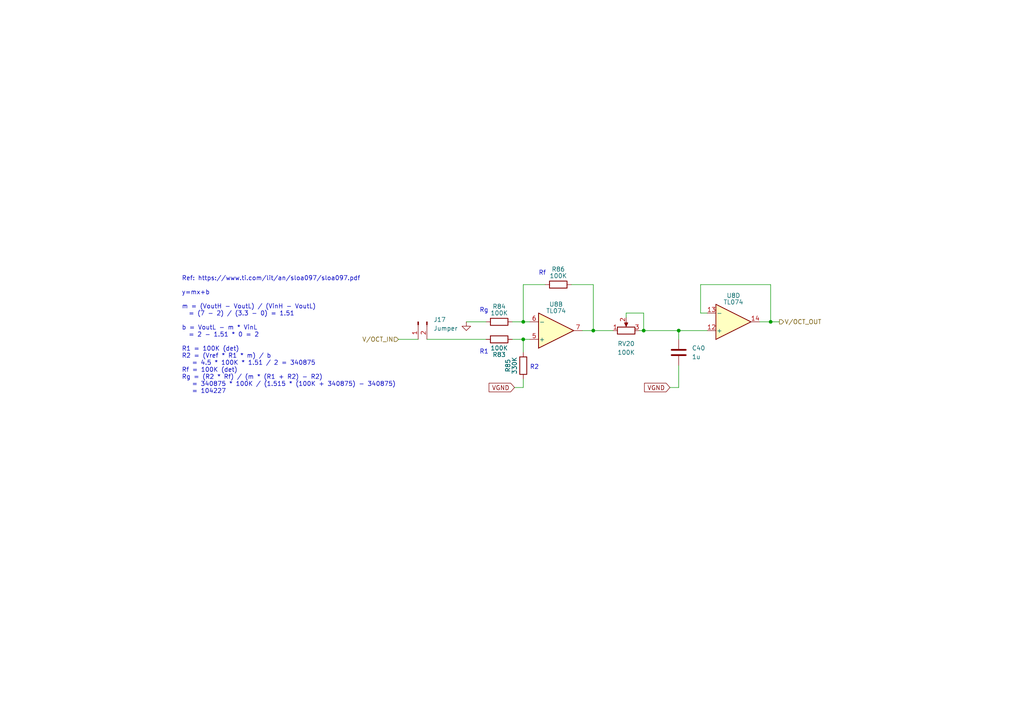
<source format=kicad_sch>
(kicad_sch (version 20211123) (generator eeschema)
  (paper "A4")
  (title_block (title "LivSynth - Slew") (date "2022-07-18") (rev "${Version}") (company "SloBlo Labs"))
  (lib_symbols
    (symbol "Amplifier_Operational:TL074" (pin_names (offset 0.127))
      (property "Reference" "U" (at 0 5.08 0))
      (property "Value" "TL074" (at 0 -5.08 0))
      (symbol "TL074_1_1"
        (polyline (pts (xy -5.08 5.08) (xy 5.08 0) (xy -5.08 -5.08) (xy -5.08 5.08)) (stroke (width 0.254)) (fill (type background)))
        (pin output line (at 7.62 0 180) (length 2.54) (name "~") (number "1"))
        (pin input line (at -7.62 -2.54 0) (length 2.54) (name "-") (number "2"))
        (pin input line (at -7.62 2.54 0) (length 2.54) (name "+") (number "3"))
      )
      (symbol "TL074_2_1"
        (polyline (pts (xy -5.08 5.08) (xy 5.08 0) (xy -5.08 -5.08) (xy -5.08 5.08)) (stroke (width 0.254)) (fill (type background)))
        (pin input line (at -7.62 2.54 0) (length 2.54) (name "+") (number "5"))
        (pin input line (at -7.62 -2.54 0) (length 2.54) (name "-") (number "6"))
        (pin output line (at 7.62 0 180) (length 2.54) (name "~") (number "7"))
      )
      (symbol "TL074_3_1"
        (polyline (pts (xy -5.08 5.08) (xy 5.08 0) (xy -5.08 -5.08) (xy -5.08 5.08)) (stroke (width 0.254)) (fill (type background)))
        (pin input line (at -7.62 2.54 0) (length 2.54) (name "+") (number "10"))
        (pin output line (at 7.62 0 180) (length 2.54) (name "~") (number "8"))
        (pin input line (at -7.62 -2.54 0) (length 2.54) (name "-") (number "9"))
      )
      (symbol "TL074_4_1"
        (polyline (pts (xy -5.08 5.08) (xy 5.08 0) (xy -5.08 -5.08) (xy -5.08 5.08)) (stroke (width 0.254)) (fill (type background)))
        (pin input line (at -7.62 2.54 0) (length 2.54) (name "+") (number "12"))
        (pin input line (at -7.62 -2.54 0) (length 2.54) (name "-") (number "13"))
        (pin output line (at 7.62 0 180) (length 2.54) (name "~") (number "14"))
      )
      (symbol "TL074_5_1"
        (pin power_in line (at -2.54 -7.62 90) (length 3.81) (name "V-") (number "11"))
        (pin power_in line (at -2.54 7.62 270) (length 3.81) (name "V+") (number "4"))
      )
    )
    (symbol "Connector:Conn_01x02_Male" (pin_names (offset 1.016) hide)
      (property "Reference" "J" (at 0 2.54 0))
      (property "Value" "Conn_01x02_Male" (at 0 -5.08 0))
      (symbol "Conn_01x02_Male_1_1"
        (polyline (pts (xy 1.27 -2.54) (xy 0.8636 -2.54)) (stroke (width 0.1524)))
        (polyline (pts (xy 1.27 0) (xy 0.8636 0)) (stroke (width 0.1524)))
        (rectangle (start 0.8636 -2.413) (end 0 -2.667) (stroke (width 0.1524)) (fill (type outline)))
        (rectangle (start 0.8636 0.127) (end 0 -0.127) (stroke (width 0.1524)) (fill (type outline)))
        (pin passive line (at 5.08 0 180) (length 3.81) (name "Pin_1") (number "1"))
        (pin passive line (at 5.08 -2.54 180) (length 3.81) (name "Pin_2") (number "2"))
      )
    )
    (symbol "Device:C" (pin_numbers hide) (pin_names (offset 0.254))
      (property "Reference" "C" (at 0.635 2.54 0))
      (property "Value" "C" (at 0.635 -2.54 0))
      (symbol "C_0_1"
        (polyline (pts (xy -2.032 -0.762) (xy 2.032 -0.762)) (stroke (width 0.508)))
        (polyline (pts (xy -2.032 0.762) (xy 2.032 0.762)) (stroke (width 0.508)))
      )
      (symbol "C_1_1"
        (pin passive line (at 0 3.81 270) (length 2.794) (name "~") (number "1"))
        (pin passive line (at 0 -3.81 90) (length 2.794) (name "~") (number "2"))
      )
    )
    (symbol "Device:R" (pin_numbers hide) (pin_names (offset 0))
      (property "Reference" "R" (at 2.032 0 90))
      (property "Value" "R" (at 0 0 90))
      (symbol "R_0_1"
        (rectangle (start -1.016 -2.54) (end 1.016 2.54) (stroke (width 0.254)))
      )
      (symbol "R_1_1"
        (pin passive line (at 0 3.81 270) (length 1.27) (name "~") (number "1"))
        (pin passive line (at 0 -3.81 90) (length 1.27) (name "~") (number "2"))
      )
    )
    (symbol "Device:R_Potentiometer" (pin_names (offset 1.016) hide)
      (property "Reference" "RV" (at -4.445 0 90))
      (property "Value" "R_Potentiometer" (at -2.54 0 90))
      (symbol "R_Potentiometer_0_1"
        (polyline (pts (xy 2.54 0) (xy 1.524 0)))
        (polyline (pts (xy 1.143 0) (xy 2.286 0.508) (xy 2.286 -0.508) (xy 1.143 0)) (fill (type outline)))
        (rectangle (start 1.016 2.54) (end -1.016 -2.54) (stroke (width 0.254)))
      )
      (symbol "R_Potentiometer_1_1"
        (pin passive line (at 0 3.81 270) (length 1.27) (name "1") (number "1"))
        (pin passive line (at 3.81 0 180) (length 1.27) (name "2") (number "2"))
        (pin passive line (at 0 -3.81 90) (length 1.27) (name "3") (number "3"))
      )
    )
    (symbol "power:GND" (power) (pin_names (offset 0))
      (property "Value" "GND" (at 0 -3.81 0))
      (symbol "GND_0_1"
        (polyline (pts (xy 0 0) (xy 0 -1.27) (xy 1.27 -1.27) (xy 0 -2.54) (xy -1.27 -1.27) (xy 0 -1.27)))
      )
      (symbol "GND_1_1"
        (pin power_in line (at 0 0 270) (length 0) hide (name "GND") (number "1"))
      )
    )
  )
  (junction (at 223.52 93.345))
  (junction (at 196.85 95.885))
  (junction (at 151.765 93.345))
  (junction (at 186.69 95.885))
  (junction (at 172.085 95.885))
  (junction (at 151.765 98.425))
  (wire (pts (xy 185.42 95.885) (xy 186.69 95.885)))
  (wire (pts (xy 165.735 82.55) (xy 172.085 82.55)))
  (wire (pts (xy 223.52 93.345) (xy 220.345 93.345)))
  (wire (pts (xy 151.765 98.425) (xy 151.765 102.235)))
  (wire (pts (xy 151.765 98.425) (xy 153.67 98.425)))
  (wire (pts (xy 203.2 82.55) (xy 223.52 82.55)))
  (wire (pts (xy 172.085 82.55) (xy 172.085 95.885)))
  (wire (pts (xy 123.825 98.425) (xy 140.97 98.425)))
  (wire (pts (xy 172.085 95.885) (xy 177.8 95.885)))
  (wire (pts (xy 196.85 95.885) (xy 205.105 95.885)))
  (wire (pts (xy 115.57 98.425) (xy 121.285 98.425)))
  (wire (pts (xy 196.85 95.885) (xy 196.85 98.425)))
  (wire (pts (xy 149.225 112.395) (xy 151.765 112.395)))
  (wire (pts (xy 172.085 95.885) (xy 168.91 95.885)))
  (wire (pts (xy 135.255 93.345) (xy 140.97 93.345)))
  (wire (pts (xy 181.61 90.805) (xy 186.69 90.805)))
  (wire (pts (xy 205.105 90.805) (xy 203.2 90.805)))
  (wire (pts (xy 196.85 106.045) (xy 196.85 112.395)))
  (wire (pts (xy 223.52 82.55) (xy 223.52 93.345)))
  (wire (pts (xy 186.69 95.885) (xy 196.85 95.885)))
  (wire (pts (xy 148.59 98.425) (xy 151.765 98.425)))
  (wire (pts (xy 203.2 90.805) (xy 203.2 82.55)))
  (wire (pts (xy 148.59 93.345) (xy 151.765 93.345)))
  (wire (pts (xy 151.765 82.55) (xy 151.765 93.345)))
  (wire (pts (xy 186.69 90.805) (xy 186.69 95.885)))
  (wire (pts (xy 223.52 93.345) (xy 226.06 93.345)))
  (wire (pts (xy 181.61 92.075) (xy 181.61 90.805)))
  (wire (pts (xy 158.115 82.55) (xy 151.765 82.55)))
  (wire (pts (xy 151.765 93.345) (xy 153.67 93.345)))
  (wire (pts (xy 151.765 112.395) (xy 151.765 109.855)))
  (wire (pts (xy 196.85 112.395) (xy 194.31 112.395)))
  (text "R2" (at 153.67 107.315 0) (effects (font (size 1.27 1.27)) (justify left bottom)))
  (text "Ref: https://www.ti.com/lit/an/sloa097/sloa097.pdf\n\ny=mx+b\n\nm = (VoutH - VoutL) / (VinH - VoutL)\n  = (7 - 2) / (3.3 - 0) = 1.51\n\nb = VoutL - m * VinL\n  = 2 - 1.51 * 0 = 2\n\nR1 = 100K (det)\nR2 = (Vref * R1 * m) / b\n   = 4.5 * 100K * 1.51 / 2 = 340875\nRf = 100K (det)\nRg = (R2 * Rf) / (m * (R1 + R2) - R2)\n   = 340875 * 100K / (1.515 * (100K + 340875) - 340875)\n   = 104227" (at 52.705 114.3 0) (effects (font (size 1.27 1.27)) (justify left bottom)))
  (text "Rf" (at 156.21 80.01 0) (effects (font (size 1.27 1.27)) (justify left bottom)))
  (text "R1" (at 139.065 102.87 0) (effects (font (size 1.27 1.27)) (justify left bottom)))
  (text "Rg" (at 139.065 90.805 0) (effects (font (size 1.27 1.27)) (justify left bottom)))
  (global_label "VGND" (shape input) (at 194.31 112.395 180) (property "Intersheet References" "${INTERSHEET_REFS}" (effects hide)))
  (global_label "VGND" (shape input) (at 149.225 112.395 180) (property "Intersheet References" "${INTERSHEET_REFS}" (effects hide)))
  (hierarchical_label "V{slash}OCT_IN" (shape input) (at 115.57 98.425 180))
  (hierarchical_label "V{slash}OCT_OUT" (shape output) (at 226.06 93.345 0))
  (symbol (lib_id "Device:C") (at 196.85 102.235 0) (unit 1)
    (property "Reference" "C40" (at 200.66 100.9649 0) (effects (justify left)))
    (property "Value" "1u" (at 200.66 103.5049 0) (effects (justify left)))
    (property "Footprint" "Capacitor_THT:C_Rect_L7.2mm_W2.5mm_P5.00mm_FKS2_FKP2_MKS2_MKP2" (effects hide))
  )
  (symbol (lib_id "Device:R") (at 144.78 98.425 90) (unit 1)
    (property "Reference" "R83" (at 144.78 102.87 90))
    (property "Value" "100K" (at 144.78 100.965 90))
    (property "Footprint" "Resistor_THT:R_Axial_DIN0207_L6.3mm_D2.5mm_P7.62mm_Horizontal" (effects hide))
  )
  (symbol (lib_id "Amplifier_Operational:TL074") (at 161.29 95.885 0) (mirror x) (unit 2)
    (property "Reference" "U8" (at 161.29 88.265 0))
    (property "Value" "TL074" (at 161.29 90.17 0))
    (property "Footprint" "Package_SO:SOIC-14_3.9x8.7mm_P1.27mm" (effects hide))
    (property "Datasheet" "http://www.ti.com/lit/ds/symlink/tl071.pdf" (effects hide))
    (property "LCSC" "C2057504" (effects hide))
  )
  (symbol (lib_id "Device:R_Potentiometer") (at 181.61 95.885 90) (unit 1)
    (property "Reference" "RV20" (at 181.61 99.695 90))
    (property "Value" "100K" (at 181.61 102.235 90))
    (property "Footprint" "SloBlo:Alpha_RD901F" (effects hide))
  )
  (symbol (lib_id "power:GND") (at 135.255 93.345 0) (unit 1)
    (property "Reference" "#PWR031" (effects hide))
    (property "Value" "GND" (effects hide))
  )
  (symbol (lib_id "Device:R") (at 161.925 82.55 90) (unit 1)
    (property "Reference" "R86" (at 161.925 78.105 90))
    (property "Value" "100K" (at 161.925 80.01 90))
    (property "Footprint" "Resistor_THT:R_Axial_DIN0207_L6.3mm_D2.5mm_P7.62mm_Horizontal" (effects hide))
  )
  (symbol (lib_id "Connector:Conn_01x02_Male") (at 121.285 93.345 90) (mirror x) (unit 1)
    (property "Reference" "J17" (at 125.73 92.7099 90) (effects (justify right)))
    (property "Value" "Jumper" (at 125.73 95.2499 90) (effects (justify right)))
    (property "Footprint" "Connector_PinHeader_2.54mm:PinHeader_1x02_P2.54mm_Vertical" (effects hide))
  )
  (symbol (lib_id "Amplifier_Operational:TL074") (at 212.725 93.345 0) (mirror x) (unit 4)
    (property "Reference" "U8" (at 212.725 85.725 0))
    (property "Value" "TL074" (at 212.725 87.63 0))
    (property "Footprint" "Package_SO:SOIC-14_3.9x8.7mm_P1.27mm" (effects hide))
    (property "Datasheet" "http://www.ti.com/lit/ds/symlink/tl071.pdf" (effects hide))
    (property "LCSC" "C2057504" (effects hide))
  )
  (symbol (lib_id "Device:R") (at 144.78 93.345 90) (unit 1)
    (property "Reference" "R84" (at 144.78 88.9 90))
    (property "Value" "100K" (at 144.78 90.805 90))
    (property "Footprint" "Resistor_THT:R_Axial_DIN0207_L6.3mm_D2.5mm_P7.62mm_Horizontal" (effects hide))
  )
  (symbol (lib_id "Device:R") (at 151.765 106.045 180) (unit 1)
    (property "Reference" "R85" (at 147.32 106.045 90))
    (property "Value" "330K" (at 149.225 106.045 90))
    (property "Footprint" "Resistor_THT:R_Axial_DIN0207_L6.3mm_D2.5mm_P7.62mm_Horizontal" (effects hide))
  )
)
</source>
